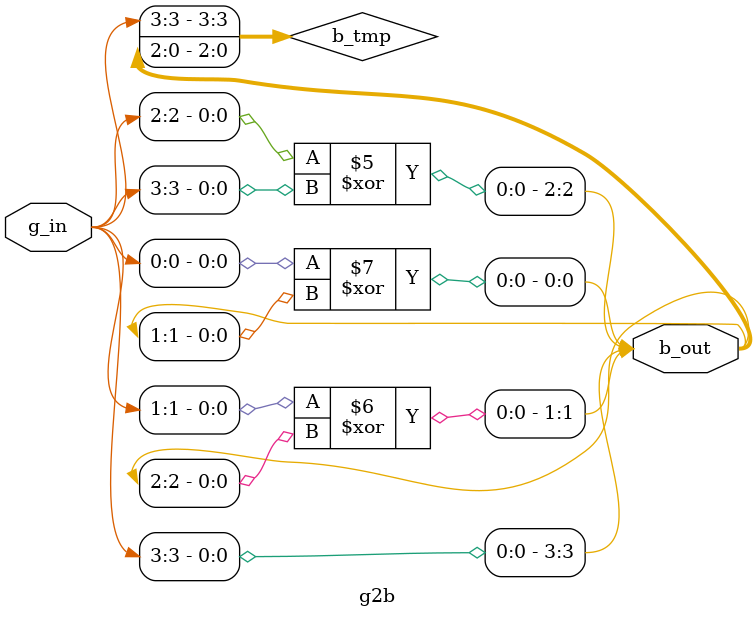
<source format=sv>
module g2b (  /*AUTOARG*/
    // Outputs
    b_out,
    // Inputs
    g_in
);

  parameter int DATA_WIDTH = 4;

  input [DATA_WIDTH-1:0] g_in;
  output [DATA_WIDTH-1:0] b_out;

  logic [DATA_WIDTH-1:0] b_tmp;

  assign b_out = b_tmp;

  // Gray -> Binary
  // 1. Keep the MSB for the conversion
  // 2. grey code is then g[i] ^ b[i+1]

  always_comb begin
    b_tmp[DATA_WIDTH-1] = g_in[DATA_WIDTH-1];
    for (int i = DATA_WIDTH - 2; i >= 0; i--) begin
      b_tmp[i] = g_in[i] ^ b_tmp[i+1];
    end
  end
endmodule

</source>
